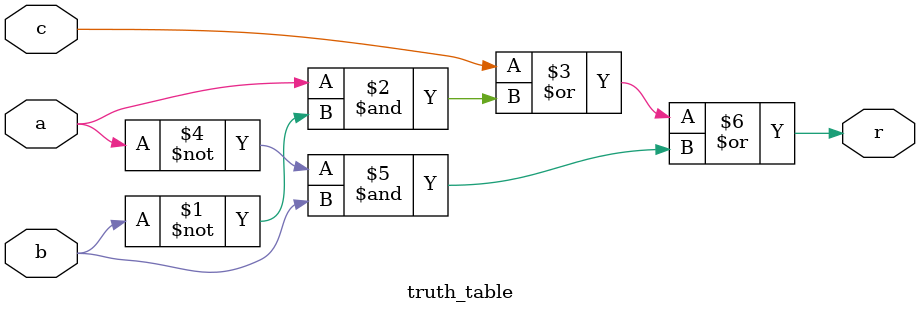
<source format=sv>
module truth_table (
    input  logic a, b, c,
    output logic r
);

    assign r = c | a & ~b | ~a & b;

endmodule
</source>
